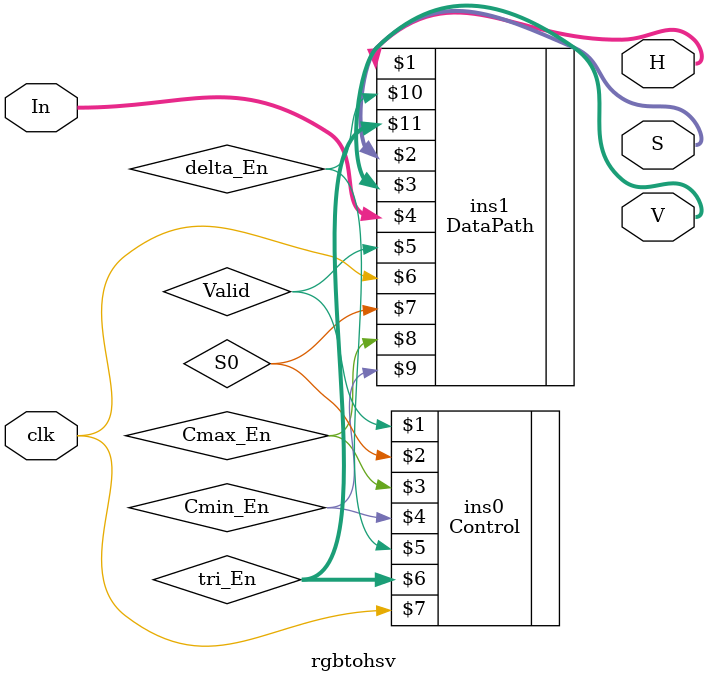
<source format=v>
module rgbtohsv(H, S, V, In, clk);
output [31:0] H, S, V;
input clk;
input [95:0] In;
wire  Valid, S0, Cmax_En, Cmin_En, delta_En;
wire [2:0] tri_En;

Control ins0(Valid, S0, Cmax_En, Cmin_En, delta_En, tri_En, clk);
DataPath ins1(H, S, V, In, Valid, clk, S0, Cmax_En, Cmin_En, delta_En, tri_En);

endmodule

</source>
